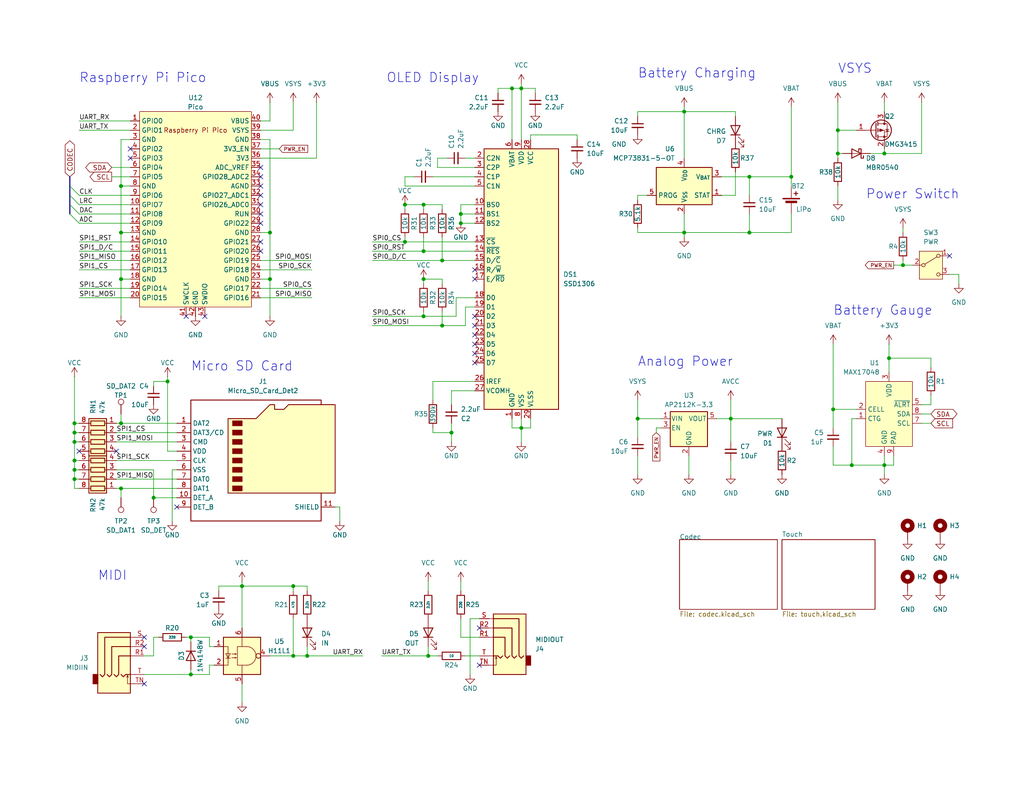
<source format=kicad_sch>
(kicad_sch (version 20231120) (generator "eeschema") (generator_version "8.0")
  (paper "A")
  (title_block (title "pico_synth_sandbox - MCU") (date "2024-09-08") (rev "3") (comment 3 "pico-synth-sandbox.dcdalrymple.com") (comment 4 "D Cooper Dalrymple"))
  (junction (at 33.02 133.35))
  (junction (at 115.57 76.2))
  (junction (at 80.01 179.07))
  (junction (at 20.32 115.57))
  (junction (at 20.32 128.27))
  (junction (at 33.02 115.57))
  (junction (at 116.84 179.07))
  (junction (at 139.7 24.13))
  (junction (at 41.91 135.89))
  (junction (at 33.02 76.2))
  (junction (at 204.47 48.26))
  (junction (at 186.69 63.5))
  (junction (at 73.66 76.2))
  (junction (at 33.02 63.5))
  (junction (at 232.41 127))
  (junction (at 120.65 71.12))
  (junction (at 142.24 24.13))
  (junction (at 52.07 184.15))
  (junction (at 20.32 120.65))
  (junction (at 120.65 88.9))
  (junction (at 20.32 125.73))
  (junction (at 241.3 127))
  (junction (at 204.47 63.5))
  (junction (at 242.57 97.79))
  (junction (at 228.6 41.91))
  (junction (at 110.49 55.88))
  (junction (at 33.02 50.8))
  (junction (at 115.57 68.58))
  (junction (at 20.32 130.81))
  (junction (at 115.57 55.88))
  (junction (at 246.38 72.39))
  (junction (at 125.73 58.42))
  (junction (at 142.24 116.84))
  (junction (at 123.19 118.11))
  (junction (at 173.99 114.3))
  (junction (at 125.73 60.96))
  (junction (at 115.57 86.36))
  (junction (at 227.33 111.76))
  (junction (at 228.6 35.56))
  (junction (at 73.66 63.5))
  (junction (at 66.04 160.02))
  (junction (at 45.72 104.14))
  (junction (at 20.32 118.11))
  (junction (at 110.49 66.04))
  (junction (at 80.01 160.02))
  (junction (at 241.3 41.91))
  (junction (at 186.69 30.48))
  (junction (at 215.9 48.26))
  (junction (at 199.39 114.3))
  (junction (at 83.82 179.07))
  (junction (at 52.07 173.99))
  (no_connect (at 39.37 176.53))
  (no_connect (at 71.12 55.88))
  (no_connect (at 35.56 40.64))
  (no_connect (at 39.37 186.69))
  (no_connect (at 35.56 43.18))
  (no_connect (at 71.12 50.8))
  (no_connect (at 129.54 96.52))
  (no_connect (at 130.81 171.45))
  (no_connect (at 129.54 99.06))
  (no_connect (at 21.59 123.19))
  (no_connect (at 129.54 93.98))
  (no_connect (at 71.12 60.96))
  (no_connect (at 130.81 181.61))
  (no_connect (at 129.54 73.66))
  (no_connect (at 31.75 123.19))
  (no_connect (at 259.08 69.85))
  (no_connect (at 71.12 66.04))
  (no_connect (at 71.12 68.58))
  (no_connect (at 71.12 53.34))
  (no_connect (at 129.54 91.44))
  (no_connect (at 50.8 86.36))
  (no_connect (at 129.54 76.2))
  (no_connect (at 129.54 86.36))
  (no_connect (at 71.12 45.72))
  (no_connect (at 71.12 48.26))
  (no_connect (at 129.54 88.9))
  (no_connect (at 48.26 138.43))
  (no_connect (at 55.88 86.36))
  (no_connect (at 39.37 173.99))
  (no_connect (at 71.12 58.42))
  (bus_entry (at 19.05 50.8) (size 2.54 2.54))
  (bus_entry (at 19.05 55.88) (size 2.54 2.54))
  (bus_entry (at 19.05 53.34) (size 2.54 2.54))
  (bus_entry (at 19.05 58.42) (size 2.54 2.54))
  (wire (pts (xy 215.9 29.21) (xy 215.9 48.26)))
  (wire (pts (xy 73.66 179.07) (xy 80.01 179.07)))
  (wire (pts (xy 41.91 179.07) (xy 39.37 179.07)))
  (wire (pts (xy 173.99 53.34) (xy 173.99 54.61)))
  (wire (pts (xy 254 113.03) (xy 251.46 113.03)))
  (wire (pts (xy 20.32 128.27) (xy 20.32 130.81)))
  (wire (pts (xy 73.66 38.1) (xy 71.12 38.1)))
  (wire (pts (xy 110.49 48.26) (xy 113.03 48.26)))
  (wire (pts (xy 45.72 104.14) (xy 45.72 123.19)))
  (wire (pts (xy 57.15 184.15) (xy 57.15 181.61)))
  (wire (pts (xy 20.32 125.73) (xy 20.32 128.27)))
  (wire (pts (xy 228.6 41.91) (xy 229.87 41.91)))
  (wire (pts (xy 33.02 50.8) (xy 35.56 50.8)))
  (bus (pts (xy 19.05 48.26) (xy 19.05 50.8)))
  (wire (pts (xy 204.47 48.26) (xy 204.47 53.34)))
  (wire (pts (xy 21.59 58.42) (xy 35.56 58.42)))
  (wire (pts (xy 124.46 86.36) (xy 124.46 81.28)))
  (wire (pts (xy 200.66 46.99) (xy 200.66 53.34)))
  (wire (pts (xy 120.65 64.77) (xy 120.65 71.12)))
  (wire (pts (xy 20.32 120.65) (xy 21.59 120.65)))
  (wire (pts (xy 41.91 104.14) (xy 41.91 105.41)))
  (wire (pts (xy 119.38 45.72) (xy 129.54 45.72)))
  (wire (pts (xy 115.57 86.36) (xy 124.46 86.36)))
  (wire (pts (xy 242.57 97.79) (xy 242.57 101.6)))
  (wire (pts (xy 125.73 173.99) (xy 130.81 173.99)))
  (wire (pts (xy 118.11 118.11) (xy 123.19 118.11)))
  (wire (pts (xy 254 97.79) (xy 242.57 97.79)))
  (wire (pts (xy 116.84 179.07) (xy 119.38 179.07)))
  (wire (pts (xy 115.57 85.09) (xy 115.57 86.36)))
  (wire (pts (xy 120.65 88.9) (xy 127 88.9)))
  (wire (pts (xy 71.12 73.66) (xy 85.09 73.66)))
  (wire (pts (xy 66.04 160.02) (xy 59.69 160.02)))
  (wire (pts (xy 115.57 64.77) (xy 115.57 68.58)))
  (wire (pts (xy 241.3 27.94) (xy 241.3 30.48)))
  (wire (pts (xy 142.24 116.84) (xy 142.24 120.65)))
  (wire (pts (xy 241.3 127) (xy 243.84 127)))
  (wire (pts (xy 33.02 50.8) (xy 33.02 38.1)))
  (wire (pts (xy 146.05 25.4) (xy 146.05 24.13)))
  (wire (pts (xy 254 97.79) (xy 254 100.33)))
  (wire (pts (xy 204.47 48.26) (xy 196.85 48.26)))
  (wire (pts (xy 186.69 30.48) (xy 186.69 43.18)))
  (wire (pts (xy 33.02 113.03) (xy 33.02 115.57)))
  (wire (pts (xy 142.24 24.13) (xy 142.24 38.1)))
  (wire (pts (xy 92.71 138.43) (xy 92.71 142.24)))
  (wire (pts (xy 35.56 73.66) (xy 21.59 73.66)))
  (wire (pts (xy 33.02 86.36) (xy 33.02 76.2)))
  (wire (pts (xy 33.02 76.2) (xy 35.56 76.2)))
  (wire (pts (xy 251.46 27.94) (xy 251.46 41.91)))
  (wire (pts (xy 73.66 27.94) (xy 73.66 33.02)))
  (bus (pts (xy 19.05 55.88) (xy 19.05 58.42)))
  (wire (pts (xy 233.68 114.3) (xy 232.41 114.3)))
  (wire (pts (xy 215.9 48.26) (xy 215.9 50.8)))
  (wire (pts (xy 73.66 76.2) (xy 73.66 63.5)))
  (wire (pts (xy 142.24 22.86) (xy 142.24 24.13)))
  (wire (pts (xy 33.02 63.5) (xy 35.56 63.5)))
  (wire (pts (xy 125.73 58.42) (xy 125.73 60.96)))
  (wire (pts (xy 243.84 127) (xy 243.84 124.46)))
  (wire (pts (xy 31.75 120.65) (xy 48.26 120.65)))
  (wire (pts (xy 215.9 63.5) (xy 204.47 63.5)))
  (wire (pts (xy 115.57 76.2) (xy 120.65 76.2)))
  (wire (pts (xy 35.56 66.04) (xy 21.59 66.04)))
  (wire (pts (xy 83.82 176.53) (xy 83.82 179.07)))
  (wire (pts (xy 104.14 179.07) (xy 116.84 179.07)))
  (wire (pts (xy 261.62 74.93) (xy 259.08 74.93)))
  (bus (pts (xy 19.05 53.34) (xy 19.05 55.88)))
  (wire (pts (xy 33.02 50.8) (xy 33.02 63.5)))
  (wire (pts (xy 115.57 76.2) (xy 115.57 77.47)))
  (wire (pts (xy 139.7 24.13) (xy 139.7 38.1)))
  (wire (pts (xy 232.41 127) (xy 241.3 127)))
  (wire (pts (xy 101.6 86.36) (xy 115.57 86.36)))
  (wire (pts (xy 41.91 135.89) (xy 48.26 135.89)))
  (wire (pts (xy 186.69 30.48) (xy 173.99 30.48)))
  (wire (pts (xy 119.38 43.18) (xy 119.38 45.72)))
  (wire (pts (xy 118.11 104.14) (xy 129.54 104.14)))
  (wire (pts (xy 120.65 71.12) (xy 129.54 71.12)))
  (wire (pts (xy 31.75 133.35) (xy 33.02 133.35)))
  (wire (pts (xy 173.99 109.22) (xy 173.99 114.3)))
  (wire (pts (xy 73.66 76.2) (xy 71.12 76.2)))
  (wire (pts (xy 227.33 121.92) (xy 227.33 127)))
  (wire (pts (xy 261.62 77.47) (xy 261.62 74.93)))
  (wire (pts (xy 228.6 35.56) (xy 228.6 41.91)))
  (wire (pts (xy 80.01 160.02) (xy 80.01 161.29)))
  (wire (pts (xy 123.19 110.49) (xy 123.19 106.68)))
  (wire (pts (xy 200.66 30.48) (xy 200.66 31.75)))
  (wire (pts (xy 71.12 78.74) (xy 85.09 78.74)))
  (wire (pts (xy 118.11 116.84) (xy 118.11 118.11)))
  (wire (pts (xy 199.39 120.65) (xy 199.39 114.3)))
  (wire (pts (xy 41.91 173.99) (xy 43.18 173.99)))
  (wire (pts (xy 101.6 88.9) (xy 120.65 88.9)))
  (wire (pts (xy 35.56 71.12) (xy 21.59 71.12)))
  (wire (pts (xy 83.82 179.07) (xy 99.06 179.07)))
  (wire (pts (xy 80.01 179.07) (xy 80.01 168.91)))
  (wire (pts (xy 101.6 68.58) (xy 115.57 68.58)))
  (wire (pts (xy 115.57 55.88) (xy 120.65 55.88)))
  (wire (pts (xy 52.07 184.15) (xy 52.07 182.88)))
  (wire (pts (xy 228.6 41.91) (xy 228.6 43.18)))
  (wire (pts (xy 20.32 130.81) (xy 20.32 133.35)))
  (wire (pts (xy 35.56 35.56) (xy 21.59 35.56)))
  (wire (pts (xy 20.32 133.35) (xy 21.59 133.35)))
  (wire (pts (xy 118.11 104.14) (xy 118.11 109.22)))
  (wire (pts (xy 241.3 41.91) (xy 251.46 41.91)))
  (wire (pts (xy 31.75 130.81) (xy 48.26 130.81)))
  (wire (pts (xy 20.32 125.73) (xy 21.59 125.73)))
  (wire (pts (xy 57.15 181.61) (xy 58.42 181.61)))
  (wire (pts (xy 173.99 63.5) (xy 186.69 63.5)))
  (wire (pts (xy 33.02 38.1) (xy 35.56 38.1)))
  (wire (pts (xy 199.39 109.22) (xy 199.39 114.3)))
  (wire (pts (xy 186.69 29.21) (xy 186.69 30.48)))
  (wire (pts (xy 33.02 135.89) (xy 33.02 133.35)))
  (wire (pts (xy 228.6 35.56) (xy 233.68 35.56)))
  (wire (pts (xy 33.02 133.35) (xy 48.26 133.35)))
  (wire (pts (xy 237.49 41.91) (xy 241.3 41.91)))
  (wire (pts (xy 120.65 85.09) (xy 120.65 88.9)))
  (wire (pts (xy 127 179.07) (xy 130.81 179.07)))
  (wire (pts (xy 199.39 114.3) (xy 213.36 114.3)))
  (wire (pts (xy 21.59 55.88) (xy 35.56 55.88)))
  (wire (pts (xy 35.56 68.58) (xy 21.59 68.58)))
  (wire (pts (xy 50.8 173.99) (xy 52.07 173.99)))
  (wire (pts (xy 20.32 130.81) (xy 21.59 130.81)))
  (wire (pts (xy 20.32 118.11) (xy 20.32 115.57)))
  (wire (pts (xy 187.96 124.46) (xy 187.96 129.54)))
  (wire (pts (xy 254 107.95) (xy 254 110.49)))
  (bus (pts (xy 19.05 50.8) (xy 19.05 53.34)))
  (wire (pts (xy 124.46 81.28) (xy 129.54 81.28)))
  (wire (pts (xy 57.15 176.53) (xy 58.42 176.53)))
  (wire (pts (xy 59.69 160.02) (xy 59.69 161.29)))
  (wire (pts (xy 123.19 106.68) (xy 129.54 106.68)))
  (wire (pts (xy 30.48 48.26) (xy 35.56 48.26)))
  (wire (pts (xy 30.48 45.72) (xy 35.56 45.72)))
  (wire (pts (xy 142.24 24.13) (xy 139.7 24.13)))
  (wire (pts (xy 71.12 71.12) (xy 85.09 71.12)))
  (wire (pts (xy 57.15 173.99) (xy 57.15 176.53)))
  (wire (pts (xy 241.3 124.46) (xy 241.3 127)))
  (wire (pts (xy 176.53 53.34) (xy 173.99 53.34)))
  (wire (pts (xy 48.26 123.19) (xy 45.72 123.19)))
  (wire (pts (xy 129.54 50.8) (xy 110.49 50.8)))
  (wire (pts (xy 80.01 179.07) (xy 83.82 179.07)))
  (wire (pts (xy 125.73 58.42) (xy 129.54 58.42)))
  (wire (pts (xy 125.73 158.75) (xy 125.73 161.29)))
  (wire (pts (xy 110.49 66.04) (xy 129.54 66.04)))
  (wire (pts (xy 199.39 125.73) (xy 199.39 129.54)))
  (wire (pts (xy 121.92 43.18) (xy 119.38 43.18)))
  (wire (pts (xy 86.36 27.94) (xy 86.36 43.18)))
  (wire (pts (xy 118.11 48.26) (xy 129.54 48.26)))
  (wire (pts (xy 80.01 160.02) (xy 83.82 160.02)))
  (wire (pts (xy 228.6 50.8) (xy 228.6 54.61)))
  (wire (pts (xy 21.59 60.96) (xy 35.56 60.96)))
  (wire (pts (xy 66.04 160.02) (xy 66.04 171.45)))
  (wire (pts (xy 73.66 86.36) (xy 73.66 76.2)))
  (wire (pts (xy 227.33 111.76) (xy 227.33 116.84)))
  (wire (pts (xy 251.46 110.49) (xy 254 110.49)))
  (wire (pts (xy 80.01 35.56) (xy 71.12 35.56)))
  (wire (pts (xy 71.12 81.28) (xy 85.09 81.28)))
  (wire (pts (xy 35.56 33.02) (xy 21.59 33.02)))
  (wire (pts (xy 246.38 62.23) (xy 246.38 63.5)))
  (wire (pts (xy 20.32 115.57) (xy 21.59 115.57)))
  (wire (pts (xy 127 43.18) (xy 129.54 43.18)))
  (wire (pts (xy 52.07 184.15) (xy 57.15 184.15)))
  (wire (pts (xy 125.73 60.96) (xy 129.54 60.96)))
  (wire (pts (xy 33.02 115.57) (xy 48.26 115.57)))
  (wire (pts (xy 196.85 53.34) (xy 200.66 53.34)))
  (wire (pts (xy 52.07 173.99) (xy 52.07 175.26)))
  (wire (pts (xy 101.6 71.12) (xy 120.65 71.12)))
  (wire (pts (xy 110.49 55.88) (xy 110.49 57.15)))
  (wire (pts (xy 125.73 55.88) (xy 129.54 55.88)))
  (wire (pts (xy 45.72 102.87) (xy 45.72 104.14)))
  (wire (pts (xy 186.69 30.48) (xy 200.66 30.48)))
  (wire (pts (xy 31.75 125.73) (xy 48.26 125.73)))
  (wire (pts (xy 123.19 118.11) (xy 123.19 120.65)))
  (wire (pts (xy 73.66 63.5) (xy 73.66 38.1)))
  (wire (pts (xy 48.26 128.27) (xy 46.99 128.27)))
  (wire (pts (xy 31.75 118.11) (xy 48.26 118.11)))
  (wire (pts (xy 35.56 81.28) (xy 21.59 81.28)))
  (wire (pts (xy 66.04 160.02) (xy 80.01 160.02)))
  (wire (pts (xy 254 115.57) (xy 251.46 115.57)))
  (wire (pts (xy 91.44 138.43) (xy 92.71 138.43)))
  (wire (pts (xy 20.32 102.87) (xy 20.32 115.57)))
  (wire (pts (xy 232.41 114.3) (xy 232.41 127)))
  (wire (pts (xy 115.57 68.58) (xy 129.54 68.58)))
  (wire (pts (xy 120.65 55.88) (xy 120.65 57.15)))
  (wire (pts (xy 173.99 30.48) (xy 173.99 31.75)))
  (wire (pts (xy 35.56 78.74) (xy 21.59 78.74)))
  (wire (pts (xy 31.75 115.57) (xy 33.02 115.57)))
  (wire (pts (xy 110.49 64.77) (xy 110.49 66.04)))
  (wire (pts (xy 246.38 72.39) (xy 248.92 72.39)))
  (wire (pts (xy 52.07 173.99) (xy 57.15 173.99)))
  (wire (pts (xy 71.12 63.5) (xy 73.66 63.5)))
  (wire (pts (xy 86.36 43.18) (xy 71.12 43.18)))
  (wire (pts (xy 215.9 48.26) (xy 204.47 48.26)))
  (wire (pts (xy 144.78 36.83) (xy 157.48 36.83)))
  (wire (pts (xy 142.24 114.3) (xy 142.24 116.84)))
  (wire (pts (xy 127 88.9) (xy 127 83.82)))
  (wire (pts (xy 204.47 63.5) (xy 186.69 63.5)))
  (wire (pts (xy 144.78 36.83) (xy 144.78 38.1)))
  (wire (pts (xy 45.72 104.14) (xy 41.91 104.14)))
  (wire (pts (xy 173.99 114.3) (xy 173.99 119.38)))
  (wire (pts (xy 199.39 114.3) (xy 195.58 114.3)))
  (wire (pts (xy 135.89 24.13) (xy 139.7 24.13)))
  (wire (pts (xy 116.84 158.75) (xy 116.84 161.29)))
  (wire (pts (xy 21.59 53.34) (xy 35.56 53.34)))
  (wire (pts (xy 73.66 33.02) (xy 71.12 33.02)))
  (wire (pts (xy 227.33 111.76) (xy 233.68 111.76)))
  (wire (pts (xy 142.24 116.84) (xy 144.78 116.84)))
  (wire (pts (xy 127 83.82) (xy 129.54 83.82)))
  (wire (pts (xy 204.47 58.42) (xy 204.47 63.5)))
  (wire (pts (xy 66.04 191.77) (xy 66.04 186.69)))
  (wire (pts (xy 110.49 50.8) (xy 110.49 48.26)))
  (wire (pts (xy 128.27 168.91) (xy 128.27 184.15)))
  (wire (pts (xy 101.6 66.04) (xy 110.49 66.04)))
  (wire (pts (xy 227.33 127) (xy 232.41 127)))
  (wire (pts (xy 41.91 128.27) (xy 41.91 135.89)))
  (wire (pts (xy 246.38 71.12) (xy 246.38 72.39)))
  (wire (pts (xy 180.34 116.84) (xy 179.07 116.84)))
  (wire (pts (xy 243.84 72.39) (xy 246.38 72.39)))
  (wire (pts (xy 173.99 62.23) (xy 173.99 63.5)))
  (wire (pts (xy 20.32 118.11) (xy 21.59 118.11)))
  (wire (pts (xy 31.75 128.27) (xy 41.91 128.27)))
  (wire (pts (xy 157.48 36.83) (xy 157.48 38.1)))
  (wire (pts (xy 142.24 116.84) (xy 139.7 116.84)))
  (wire (pts (xy 241.3 41.91) (xy 241.3 40.64)))
  (wire (pts (xy 128.27 168.91) (xy 130.81 168.91)))
  (wire (pts (xy 46.99 128.27) (xy 46.99 142.24)))
  (wire (pts (xy 186.69 64.77) (xy 186.69 63.5)))
  (wire (pts (xy 135.89 25.4) (xy 135.89 24.13)))
  (wire (pts (xy 83.82 160.02) (xy 83.82 161.29)))
  (wire (pts (xy 241.3 129.54) (xy 241.3 127)))
  (wire (pts (xy 215.9 58.42) (xy 215.9 63.5)))
  (wire (pts (xy 39.37 184.15) (xy 52.07 184.15)))
  (wire (pts (xy 116.84 176.53) (xy 116.84 179.07)))
  (wire (pts (xy 71.12 40.64) (xy 76.2 40.64)))
  (wire (pts (xy 179.07 116.84) (xy 179.07 118.11)))
  (wire (pts (xy 33.02 76.2) (xy 33.02 63.5)))
  (wire (pts (xy 242.57 93.98) (xy 242.57 97.79)))
  (wire (pts (xy 139.7 116.84) (xy 139.7 114.3)))
  (wire (pts (xy 110.49 55.88) (xy 115.57 55.88)))
  (wire (pts (xy 20.32 120.65) (xy 20.32 125.73)))
  (wire (pts (xy 41.91 179.07) (xy 41.91 173.99)))
  (wire (pts (xy 20.32 120.65) (xy 20.32 118.11)))
  (wire (pts (xy 125.73 168.91) (xy 125.73 173.99)))
  (wire (pts (xy 186.69 63.5) (xy 186.69 58.42)))
  (wire (pts (xy 173.99 124.46) (xy 173.99 129.54)))
  (wire (pts (xy 146.05 24.13) (xy 142.24 24.13)))
  (wire (pts (xy 120.65 76.2) (xy 120.65 77.47)))
  (wire (pts (xy 173.99 114.3) (xy 180.34 114.3)))
  (wire (pts (xy 115.57 55.88) (xy 115.57 57.15)))
  (wire (pts (xy 20.32 128.27) (xy 21.59 128.27)))
  (wire (pts (xy 80.01 27.94) (xy 80.01 35.56)))
  (wire (pts (xy 66.04 158.75) (xy 66.04 160.02)))
  (wire (pts (xy 144.78 116.84) (xy 144.78 114.3)))
  (wire (pts (xy 125.73 55.88) (xy 125.73 58.42)))
  (wire (pts (xy 228.6 27.94) (xy 228.6 35.56)))
  (wire (pts (xy 123.19 115.57) (xy 123.19 118.11)))
  (wire (pts (xy 227.33 93.98) (xy 227.33 111.76)))
  (text "VSYS" (at 228.6 20.32 0) (effects (font (size 2.54 2.54)) (justify left bottom)))
  (text "MIDI" (at 26.67 158.75 0) (effects (font (size 2.54 2.54)) (justify left bottom)))
  (text "Micro SD Card" (at 52.07 101.6 0) (effects (font (size 2.54 2.54)) (justify left bottom)))
  (text "OLED Display" (at 105.41 22.86 0) (effects (font (size 2.54 2.54)) (justify left bottom)))
  (text "Battery Gauge" (at 227.33 86.36 0) (effects (font (size 2.54 2.54)) (justify left bottom)))
  (text "Analog Power" (at 173.99 100.33 0) (effects (font (size 2.54 2.54)) (justify left bottom)))
  (text "Raspberry Pi Pico" (at 21.59 22.86 0) (effects (font (size 2.54 2.54)) (justify left bottom)))
  (text "Power Switch" (at 236.22 54.61 0) (effects (font (size 2.54 2.54)) (justify left bottom)))
  (text "Battery Charging" (at 173.99 21.59 0) (effects (font (size 2.54 2.54)) (justify left bottom)))
  (label "SPI1_MISO" (at 31.75 130.81 0))
  (label "SPI0_SCK" (at 101.6 86.36 0))
  (label "SPI1_CS" (at 31.75 118.11 0))
  (label "SPI1_CS" (at 21.59 73.66 0))
  (label "SPI0_MOSI" (at 101.6 88.9 0))
  (label "SPI0_MISO" (at 85.09 81.28 180))
  (label "SPI0_SCK" (at 85.09 73.66 180))
  (label "SPI1_MOSI" (at 31.75 120.65 0))
  (label "SPI1_SCK" (at 21.59 78.74 0))
  (label "DAC" (at 21.59 58.42 0))
  (label "CLK" (at 21.59 53.34 0))
  (label "SPI0_MOSI" (at 85.09 71.12 180))
  (label "UART_TX" (at 21.59 35.56 0))
  (label "SPI1_SCK" (at 31.75 125.73 0))
  (label "SPI1_MISO" (at 21.59 71.12 0))
  (label "UART_TX" (at 104.14 179.07 0))
  (label "SPI1_RST" (at 21.59 66.04 0))
  (label "UART_RX" (at 21.59 33.02 0))
  (label "SPI1_D{slash}C" (at 21.59 68.58 0))
  (label "SPI1_MOSI" (at 21.59 81.28 0))
  (label "LRC" (at 21.59 55.88 0))
  (label "SPI0_D{slash}C" (at 101.6 71.12 0))
  (label "SPI0_RST" (at 101.6 68.58 0))
  (label "SPI0_CS" (at 85.09 78.74 180))
  (label "ADC" (at 21.59 60.96 0))
  (label "UART_RX" (at 99.06 179.07 180))
  (label "SPI0_CS" (at 101.6 66.04 0))
  (global_label "CODEC" (shape bidirectional) (at 19.05 48.26 90) (property "Intersheetrefs" "${INTERSHEET_REFS}" (effects (hide yes))))
  (global_label "PWR_EN" (shape input) (at 179.07 118.11 270) (effects (font (size 1 1))) (property "Intersheetrefs" "${INTERSHEET_REFS}" (effects (hide yes))))
  (global_label "SCL" (shape input) (at 254 115.57 0) (property "Intersheetrefs" "${INTERSHEET_REFS}" (effects (hide yes))))
  (global_label "PWR_EN" (shape input) (at 76.2 40.64 0) (effects (font (size 1 1))) (property "Intersheetrefs" "${INTERSHEET_REFS}" (effects (hide yes))))
  (global_label "PWR_EN" (shape output) (at 243.84 72.39 180) (effects (font (size 1 1))) (property "Intersheetrefs" "${INTERSHEET_REFS}" (effects (hide yes))))
  (global_label "SDA" (shape bidirectional) (at 254 113.03 0) (property "Intersheetrefs" "${INTERSHEET_REFS}" (effects (hide yes))))
  (global_label "SDA" (shape bidirectional) (at 30.48 45.72 180) (property "Intersheetrefs" "${INTERSHEET_REFS}" (effects (hide yes))))
  (global_label "SCL" (shape output) (at 30.48 48.26 180) (property "Intersheetrefs" "${INTERSHEET_REFS}" (effects (hide yes))))
  (symbol (lib_id "Mechanical:MountingHole_Pad") (at 247.65 158.75 0) (unit 1)
    (property "Reference" "H2" (at 250.19 157.48 0) (effects (justify left)))
    (property "Value" "MountingHole_Pad" (effects (hide yes)))
    (property "Footprint" "MountingHole:MountingHole_2.5mm_Pad" (effects (hide yes)))
  )
  (symbol (lib_id "Device:C_Small") (at 157.48 40.64 0) (unit 1)
    (property "Reference" "C14" (at 160.02 39.3762 0) (effects (justify left)))
    (property "Value" "10uF" (at 160.02 41.9162 0) (effects (justify left)))
    (property "Description" "Unpolarized capacitor, small symbol" (effects (hide yes)))
  )
  (symbol (lib_id "Device:R") (at 46.99 173.99 270) (mirror x) (unit 1)
    (property "Reference" "R20" (at 46.99 171.45 90))
    (property "Value" "220" (at 46.99 173.99 90) (effects (font (size 0.635 0.635))))
    (property "Footprint" "Resistor_SMD:R_0805_2012Metric_Pad1.20x1.40mm_HandSolder" (effects (hide yes)))
    (property "Description" "Resistor" (effects (hide yes)))
  )
  (symbol (lib_id "power:GND") (at 186.69 64.77 0) (unit 1)
    (property "Reference" "#PWR060" (effects (hide yes)))
    (property "Value" "GND" (at 186.69 69.85 0))
  )
  (symbol (lib_id "Device:C_Small") (at 173.99 34.29 0) (mirror y) (unit 1)
    (property "Reference" "C12" (at 171.45 33.0263 0) (effects (justify left)))
    (property "Value" "10uF" (at 171.45 35.5663 0) (effects (justify left)))
    (property "Footprint" "Capacitor_SMD:C_0805_2012Metric_Pad1.18x1.45mm_HandSolder" (effects (hide yes)))
  )
  (symbol (lib_id "Device:C_Small") (at 146.05 27.94 0) (unit 1)
    (property "Reference" "C13" (at 148.59 26.6762 0) (effects (justify left)))
    (property "Value" "2.2uF" (at 148.59 29.2162 0) (effects (justify left)))
    (property "Description" "Unpolarized capacitor, small symbol" (effects (hide yes)))
  )
  (symbol (lib_id "power:VBUS") (at 73.66 27.94 0) (unit 1)
    (property "Reference" "#PWR057" (effects (hide yes)))
    (property "Value" "VBUS" (at 73.66 22.86 0))
  )
  (symbol (lib_name "GND_1") (lib_id "power:GND") (at 53.34 86.36 0) (unit 1)
    (property "Reference" "#PWR048" (effects (hide yes)))
    (property "Value" "GND" (at 53.34 91.44 0))
    (property "Description" "Power symbol creates a global label with name \"GND\" , ground" (effects (hide yes)))
  )
  (symbol (lib_id "pico_synth_sandbox:VBAT") (at 215.9 29.21 0) (unit 1)
    (property "Reference" "#PWR061" (effects (hide yes)))
    (property "Value" "VBAT" (at 215.9 24.13 0))
  )
  (symbol (lib_id "Device:R") (at 254 104.14 0) (unit 1)
    (property "Reference" "R1" (at 255.27 104.14 0) (effects (justify left)))
    (property "Value" "10k" (at 254 104.14 90))
    (property "Footprint" "Resistor_SMD:R_0805_2012Metric_Pad1.20x1.40mm_HandSolder" (effects (hide yes)))
    (property "Description" "Resistor" (effects (hide yes)))
  )
  (symbol (lib_id "Device:C_Small") (at 124.46 43.18 90) (unit 1)
    (property "Reference" "C10" (at 123.1962 40.64 0) (effects (justify left)))
    (property "Value" "2.2uF" (at 125.7362 40.64 0) (effects (justify left)))
    (property "Description" "Unpolarized capacitor, small symbol" (effects (hide yes)))
  )
  (symbol (lib_id "Battery_Management:MCP73831-5-OT") (at 186.69 50.8 0) (unit 1)
    (property "Reference" "U6" (at 184.15 40.64 0) (effects (justify right)))
    (property "Value" "MCP73831-5-OT" (at 184.15 43.18 0) (effects (justify right)))
    (property "Footprint" "Package_TO_SOT_SMD:SOT-23-5" (effects (hide yes)))
    (property "Datasheet" "http://ww1.microchip.com/downloads/en/DeviceDoc/20001984g.pdf" (effects (hide yes)))
  )
  (symbol (lib_name "VSYS_1") (lib_id "pico_synth_sandbox:VSYS") (at 80.01 27.94 0) (unit 1)
    (property "Reference" "#PWR058" (effects (hide yes)))
    (property "Value" "VSYS" (at 80.01 22.86 0))
    (property "Description" "Power symbol creates a global label with name \"VSYS\"" (effects (hide yes)))
  )
  (symbol (lib_id "power:GND") (at 66.04 191.77 0) (unit 1)
    (property "Reference" "#PWR035" (effects (hide yes)))
    (property "Value" "GND" (at 66.04 196.85 0))
  )
  (symbol (lib_id "Device:LED") (at 200.66 35.56 90) (unit 1)
    (property "Reference" "D7" (at 198.12 38.4175 90) (effects (justify left)))
    (property "Value" "CHRG" (at 198.12 35.8775 90) (effects (justify left)))
    (property "Footprint" "LED_SMD:LED_0805_2012Metric_Pad1.15x1.40mm_HandSolder" (effects (hide yes)))
  )
  (symbol (lib_id "Device:R") (at 125.73 165.1 0) (unit 1)
    (property "Reference" "R25" (at 127 165.1 0) (effects (justify left)))
    (property "Value" "220" (at 125.73 165.1 90) (effects (font (size 0.635 0.635))))
    (property "Footprint" "Resistor_SMD:R_0805_2012Metric_Pad1.20x1.40mm_HandSolder" (effects (hide yes)))
    (property "Description" "Resistor" (effects (hide yes)))
  )
  (symbol (lib_id "Connector:TestPoint") (at 33.02 113.03 0) (unit 1)
    (property "Reference" "TP1" (at 33.02 107.95 0))
    (property "Value" "SD_DAT2" (at 33.02 105.41 0))
    (property "Footprint" "TestPoint:TestPoint_Pad_D2.0mm" (effects (hide yes)))
  )
  (symbol (lib_name "GND_2") (lib_id "power:GND") (at 33.02 86.36 0) (unit 1)
    (property "Reference" "#PWR054" (effects (hide yes)))
    (property "Value" "GND" (at 33.02 91.44 0))
    (property "Description" "Power symbol creates a global label with name \"GND\" , ground" (effects (hide yes)))
  )
  (symbol (lib_id "Device:R") (at 173.99 58.42 0) (mirror y) (unit 1)
    (property "Reference" "R30" (at 172.72 58.42 0) (effects (justify left)))
    (property "Value" "5.1k" (at 173.99 58.42 90))
    (property "Footprint" "Resistor_SMD:R_0805_2012Metric_Pad1.20x1.40mm_HandSolder" (effects (hide yes)))
    (property "Description" "Resistor" (effects (hide yes)))
  )
  (symbol (lib_id "Device:R") (at 120.65 60.96 0) (unit 1)
    (property "Reference" "R36" (at 123.19 60.96 90))
    (property "Value" "10k" (at 120.65 60.96 90))
    (property "Description" "Resistor" (effects (hide yes)))
  )
  (symbol (lib_name "GND_1") (lib_id "power:GND") (at 125.73 60.96 0) (unit 1)
    (property "Reference" "#PWR025" (effects (hide yes)))
    (property "Value" "GND" (at 125.73 64.77 0))
    (property "Description" "Power symbol creates a global label with name \"GND\" , ground" (effects (hide yes)))
  )
  (symbol (lib_name "GND_1") (lib_id "power:GND") (at 157.48 43.18 0) (unit 1)
    (property "Reference" "#PWR030" (effects (hide yes)))
    (property "Value" "GND" (at 157.48 46.99 0))
    (property "Description" "Power symbol creates a global label with name \"GND\" , ground" (effects (hide yes)))
  )
  (symbol (lib_id "power:GND") (at 228.6 54.61 0) (unit 1)
    (property "Reference" "#PWR063" (effects (hide yes)))
    (property "Value" "GND" (at 228.6 59.69 0))
  )
  (symbol (lib_name "GND_1") (lib_id "power:GND") (at 123.19 120.65 0) (unit 1)
    (property "Reference" "#PWR023" (effects (hide yes)))
    (property "Value" "GND" (at 123.19 124.46 0))
    (property "Description" "Power symbol creates a global label with name \"GND\" , ground" (effects (hide yes)))
  )
  (symbol (lib_id "Device:R") (at 116.84 165.1 0) (mirror y) (unit 1)
    (property "Reference" "R23" (at 115.57 165.1 0) (effects (justify left)))
    (property "Value" "2.2k" (at 116.84 165.1 90) (effects (font (size 0.635 0.635))))
    (property "Footprint" "Resistor_SMD:R_0805_2012Metric_Pad1.20x1.40mm_HandSolder" (effects (hide yes)))
    (property "Description" "Resistor" (effects (hide yes)))
  )
  (symbol (lib_id "pico_synth_sandbox:VBAT") (at 241.3 27.94 0) (unit 1)
    (property "Reference" "#PWR064" (effects (hide yes)))
    (property "Value" "VBAT" (at 241.3 22.86 0))
  )
  (symbol (lib_id "power:VCC") (at 66.04 158.75 0) (unit 1)
    (property "Reference" "#PWR033" (effects (hide yes)))
    (property "Value" "VCC" (at 66.04 153.67 0))
    (property "Description" "Power symbol creates a global label with name \"VCC\"" (effects (hide yes)))
  )
  (symbol (lib_id "pico_synth_sandbox:VSYS") (at 246.38 62.23 0) (unit 1)
    (property "Reference" "#PWR034" (effects (hide yes)))
    (property "Value" "VSYS" (at 246.38 57.15 0))
    (property "Description" "Power symbol creates a global label with name \"VBUS\"" (effects (hide yes)))
  )
  (symbol (lib_id "power:VCC") (at 110.49 55.88 0) (unit 1)
    (property "Reference" "#PWR021" (effects (hide yes)))
    (property "Value" "VCC" (at 110.49 52.07 0))
    (property "Description" "Power symbol creates a global label with name \"VCC\"" (effects (hide yes)))
  )
  (symbol (lib_id "power:VBUS") (at 228.6 27.94 0) (unit 1)
    (property "Reference" "#PWR062" (effects (hide yes)))
    (property "Value" "VBUS" (at 228.6 22.86 0))
  )
  (symbol (lib_id "Transistor_FET:BSS84") (at 238.76 35.56 0) (unit 1)
    (property "Reference" "Q2" (at 241.3 31.75 0) (effects (justify left)))
    (property "Value" "DMG3415" (at 241.3 39.37 0) (effects (justify left)))
    (property "Footprint" "Package_TO_SOT_SMD:SOT-23_Handsoldering" (effects (hide yes)))
    (property "Datasheet" "http://assets.nexperia.com/documents/data-sheet/BSS84.pdf" (effects (hide yes)))
  )
  (symbol (lib_id "Device:R") (at 200.66 43.18 0) (unit 1)
    (property "Reference" "R37" (at 201.93 43.18 0) (effects (justify left)))
    (property "Value" "10k" (at 200.66 43.18 90))
    (property "Footprint" "Resistor_SMD:R_0805_2012Metric_Pad1.20x1.40mm_HandSolder" (effects (hide yes)))
    (property "Description" "Resistor" (effects (hide yes)))
  )
  (symbol (lib_id "Device:R") (at 213.36 125.73 0) (unit 1)
    (property "Reference" "R2" (at 214.63 125.73 0) (effects (justify left)))
    (property "Value" "10k" (at 213.36 125.73 90))
    (property "Footprint" "Resistor_SMD:R_0805_2012Metric_Pad1.20x1.40mm_HandSolder" (effects (hide yes)))
    (property "Description" "Resistor" (effects (hide yes)))
  )
  (symbol (lib_id "power:VBUS") (at 186.69 29.21 0) (unit 1)
    (property "Reference" "#PWR059" (effects (hide yes)))
    (property "Value" "VBUS" (at 186.69 24.13 0))
  )
  (symbol (lib_id "Device:LED") (at 213.36 118.11 90) (unit 1)
    (property "Reference" "D1" (at 210.82 120.9675 90) (effects (justify left)))
    (property "Value" "PWR" (at 210.82 118.4275 90) (effects (justify left)))
    (property "Footprint" "LED_SMD:LED_0805_2012Metric_Pad1.15x1.40mm_HandSolder" (effects (hide yes)))
  )
  (symbol (lib_id "power:VCC") (at 115.57 76.2 0) (unit 1)
    (property "Reference" "#PWR022" (effects (hide yes)))
    (property "Value" "VCC" (at 115.57 72.39 0))
    (property "Description" "Power symbol creates a global label with name \"VCC\"" (effects (hide yes)))
  )
  (symbol (lib_id "Device:R") (at 80.01 165.1 0) (unit 1)
    (property "Reference" "R21" (at 78.74 165.1 0) (effects (justify right)))
    (property "Value" "470" (at 80.01 165.1 90) (effects (font (size 0.635 0.635))))
    (property "Footprint" "Resistor_SMD:R_0805_2012Metric_Pad1.20x1.40mm_HandSolder" (effects (hide yes)))
    (property "Description" "Resistor" (effects (hide yes)))
  )
  (symbol (lib_id "power:GND") (at 261.62 77.47 0) (unit 1)
    (property "Reference" "#PWR039" (effects (hide yes)))
    (property "Value" "GND" (at 261.62 82.55 0))
  )
  (symbol (lib_id "Regulator_Linear:AP2112K-3.3") (at 187.96 116.84 0) (unit 1)
    (property "Reference" "U3" (at 187.96 107.95 0))
    (property "Value" "AP2112K-3.3" (at 187.96 110.49 0))
    (property "Footprint" "Package_TO_SOT_SMD:SOT-23-5" (effects (hide yes)))
    (property "Datasheet" "https://www.diodes.com/assets/Datasheets/AP2112.pdf" (effects (hide yes)))
    (property "Description" "600mA low dropout linear regulator, with enable pin, 3.8V-6V input voltage range, 3.3V fixed positive output, SOT-23-5" (effects (hide yes)))
  )
  (symbol (lib_id "Device:R") (at 120.65 81.28 0) (unit 1)
    (property "Reference" "R34" (at 123.19 81.28 90))
    (property "Value" "10k" (at 120.65 81.28 90))
    (property "Description" "Resistor" (effects (hide yes)))
  )
  (symbol (lib_id "pico_synth_sandbox:AVCC") (at 199.39 109.22 0) (unit 1)
    (property "Reference" "#PWR036" (effects (hide yes)))
    (property "Value" "AVCC" (at 199.39 104.14 0))
    (property "Description" "Power symbol creates a global label with name \"AVCC\"" (effects (hide yes)))
  )
  (symbol (lib_id "Device:C_Small") (at 135.89 27.94 0) (mirror y) (unit 1)
    (property "Reference" "C11" (at 133.35 26.6762 0) (effects (justify left)))
    (property "Value" "2.2uF" (at 133.35 29.2162 0) (effects (justify left)))
    (property "Description" "Unpolarized capacitor, small symbol" (effects (hide yes)))
  )
  (symbol (lib_id "power:+3V3") (at 242.57 93.98 0) (unit 1)
    (property "Reference" "#PWR08" (effects (hide yes)))
    (property "Value" "+3V3" (at 242.57 88.9 0))
    (property "Description" "Power symbol creates a global label with name \"+3V3\"" (effects (hide yes)))
  )
  (symbol (lib_id "Device:R") (at 115.57 60.96 0) (unit 1)
    (property "Reference" "R33" (at 118.11 60.96 90))
    (property "Value" "10k" (at 115.57 60.96 90))
    (property "Description" "Resistor" (effects (hide yes)))
  )
  (symbol (lib_id "Diode:MBR0540") (at 233.68 41.91 180) (unit 1)
    (property "Reference" "D8" (at 236.22 43.18 0) (effects (justify right)))
    (property "Value" "MBR0540" (at 236.22 45.72 0) (effects (justify right)))
    (property "Footprint" "Diode_SMD:D_SOD-123" (effects (hide yes)))
    (property "Datasheet" "http://www.mccsemi.com/up_pdf/MBR0520~MBR0580(SOD123).pdf" (effects (hide yes)))
    (property "Description" "40V 0.5A Schottky Power Rectifier Diode, SOD-123" (effects (hide yes)))
  )
  (symbol (lib_id "Connector:Micro_SD_Card_Det2") (at 71.12 125.73 0) (unit 1)
    (property "Reference" "J1" (at 71.755 104.14 0))
    (property "Value" "Micro_SD_Card_Det2" (at 71.755 106.68 0))
    (property "Footprint" "Connector_Card:microSD_HC_Hirose_DM3D-SF" (effects (hide yes)))
    (property "Datasheet" "https://www.hirose.com/en/product/document?clcode=&productname=&series=DM3&documenttype=Catalog&lang=en&documentid=D49662_en" (effects (hide yes)))
  )
  (symbol (lib_id "power:VCC") (at 125.73 158.75 0) (unit 1)
    (property "Reference" "#PWR051" (effects (hide yes)))
    (property "Value" "VCC" (at 125.73 153.67 0))
    (property "Description" "Power symbol creates a global label with name \"VCC\"" (effects (hide yes)))
  )
  (symbol (lib_id "Connector_Audio:AudioJack4_SwitchT1") (at 34.29 179.07 0) (unit 1)
    (property "Reference" "J3" (at 24.13 179.705 0) (effects (justify right)))
    (property "Value" "MIDIIN" (at 24.13 182.245 0) (effects (justify right)))
    (property "Footprint" "pico_synth_sandbox:Jack_3.5mm_PJ327A_Horizontal" (effects (hide yes)))
  )
  (symbol (lib_id "power:GND") (at 247.65 147.32 0) (unit 1)
    (property "Reference" "#PWR014" (effects (hide yes)))
    (property "Value" "GND" (at 247.65 152.4 0))
  )
  (symbol (lib_id "Device:Battery_Cell") (at 215.9 55.88 0) (unit 1)
    (property "Reference" "BT2" (at 215.9 50.8 0) (effects (justify left)))
    (property "Value" "LiPo" (at 217.17 57.15 0) (effects (justify left)))
    (property "Footprint" "Connector_JST:JST_PH_S2B-PH-SM4-TB_1x02-1MP_P2.00mm_Horizontal" (effects (hide yes)))
  )
  (symbol (lib_id "Device:R") (at 110.49 60.96 0) (unit 1)
    (property "Reference" "R31" (at 113.03 60.96 90))
    (property "Value" "10k" (at 110.49 60.96 90))
    (property "Description" "Resistor" (effects (hide yes)))
  )
  (symbol (lib_id "Device:R") (at 123.19 179.07 270) (unit 1)
    (property "Reference" "R24" (at 123.19 181.61 90))
    (property "Value" "10" (at 123.19 179.07 90) (effects (font (size 0.635 0.635))))
    (property "Footprint" "Resistor_SMD:R_0805_2012Metric_Pad1.20x1.40mm_HandSolder" (effects (hide yes)))
    (property "Description" "Resistor" (effects (hide yes)))
  )
  (symbol (lib_id "power:GND") (at 256.54 147.32 0) (unit 1)
    (property "Reference" "#PWR016" (effects (hide yes)))
    (property "Value" "GND" (at 256.54 152.4 0))
  )
  (symbol (lib_id "MCU_RaspberryPi_and_Boards:Pico") (at 53.34 57.15 0) (unit 1)
    (property "Reference" "U12" (at 53.34 26.67 0))
    (property "Value" "Pico" (at 53.34 29.21 0))
    (property "Footprint" "RPi_Pico:RPi_Pico_SMD_TH" (effects (hide yes)))
  )
  (symbol (lib_id "Display_Graphic:OLED-128O064D") (at 142.24 76.2 0) (unit 1)
    (property "Reference" "DS1" (at 153.67 74.9299 0) (effects (justify left)))
    (property "Value" "SSD1306" (at 153.67 77.4699 0) (effects (justify left)))
    (property "Footprint" "Display:OLED-128O064D" (effects (hide yes)))
    (property "Datasheet" "https://www.vishay.com/docs/37902/oled128o064dbpp3n00000.pdf" (effects (hide yes)))
    (property "Description" "OLED display 128x64" (effects (hide yes)))
  )
  (symbol (lib_id "power:GND") (at 128.27 184.15 0) (unit 1)
    (property "Reference" "#PWR052" (effects (hide yes)))
    (property "Value" "GND" (at 128.27 187.96 0))
  )
  (symbol (lib_id "Device:R") (at 115.57 81.28 0) (unit 1)
    (property "Reference" "R32" (at 118.11 81.28 90))
    (property "Value" "10k" (at 115.57 81.28 90))
    (property "Description" "Resistor" (effects (hide yes)))
  )
  (symbol (lib_id "Device:R") (at 118.11 113.03 0) (mirror x) (unit 1)
    (property "Reference" "R35" (at 116.84 113.03 0) (effects (justify right)))
    (property "Value" "390k" (at 118.11 113.03 90))
    (property "Description" "Resistor" (effects (hide yes)))
  )
  (symbol (lib_id "power:VCC") (at 142.24 22.86 0) (unit 1)
    (property "Reference" "#PWR027" (effects (hide yes)))
    (property "Value" "VCC" (at 142.24 17.78 0))
    (property "Description" "Power symbol creates a global label with name \"VCC\"" (effects (hide yes)))
  )
  (symbol (lib_name "GND_1") (lib_id "power:GND") (at 241.3 129.54 0) (unit 1)
    (property "Reference" "#PWR05" (effects (hide yes)))
    (property "Value" "GND" (at 241.3 134.62 0))
    (property "Description" "Power symbol creates a global label with name \"GND\" , ground" (effects (hide yes)))
  )
  (symbol (lib_id "Device:C_Small") (at 41.91 107.95 0) (mirror y) (unit 1)
    (property "Reference" "C4" (at 40.64 105.41 0) (effects (justify left)))
    (property "Value" "10uF" (at 40.64 110.49 0) (effects (justify left)))
    (property "Footprint" "Capacitor_SMD:C_0805_2012Metric_Pad1.18x1.45mm_HandSolder" (effects (hide yes)))
  )
  (symbol (lib_id "power:GND") (at 173.99 129.54 0) (unit 1)
    (property "Reference" "#PWR010" (effects (hide yes)))
    (property "Value" "GND" (at 173.99 134.62 0))
  )
  (symbol (lib_id "Mechanical:MountingHole_Pad") (at 247.65 144.78 0) (unit 1)
    (property "Reference" "H1" (at 250.19 143.51 0) (effects (justify left)))
    (property "Value" "MountingHole_Pad" (effects (hide yes)))
    (property "Footprint" "MountingHole:MountingHole_2.5mm_Pad" (effects (hide yes)))
  )
  (symbol (lib_name "GND_1") (lib_id "power:GND") (at 73.66 86.36 0) (unit 1)
    (property "Reference" "#PWR053" (effects (hide yes)))
    (property "Value" "GND" (at 73.66 91.44 0))
    (property "Description" "Power symbol creates a global label with name \"GND\" , ground" (effects (hide yes)))
  )
  (symbol (lib_id "pico_synth_sandbox:MAX17048") (at 242.57 113.03 0) (unit 1)
    (property "Reference" "U1" (at 240.03 99.06 0) (effects (justify right)))
    (property "Value" "MAX17048" (at 240.03 101.6 0) (effects (justify right)))
    (property "Footprint" "Package_DFN_QFN:TDFN-8-1EP_2x2mm_P0.5mm_EP0.8x1.2mm" (effects (hide yes)))
    (property "Datasheet" "https://www.analog.com/media/en/technical-documentation/data-sheets/max17048-max17049.pdf" (effects (hide yes)))
    (property "Description" "3μA 1-Cell Fuel Gauge with ModelGauge" (effects (hide yes)))
  )
  (symbol (lib_id "power:GND") (at 199.39 129.54 0) (unit 1)
    (property "Reference" "#PWR037" (effects (hide yes)))
    (property "Value" "GND" (at 199.39 134.62 0))
  )
  (symbol (lib_name "GND_1") (lib_id "power:GND") (at 146.05 30.48 0) (unit 1)
    (property "Reference" "#PWR029" (effects (hide yes)))
    (property "Value" "GND" (at 146.05 34.29 0))
    (property "Description" "Power symbol creates a global label with name \"GND\" , ground" (effects (hide yes)))
  )
  (symbol (lib_id "Device:LED") (at 83.82 172.72 90) (unit 1)
    (property "Reference" "D4" (at 87.63 173.0374 90) (effects (justify right)))
    (property "Value" "IN" (at 87.63 175.5774 90) (effects (justify right)))
    (property "Footprint" "LED_SMD:LED_0805_2012Metric_Pad1.15x1.40mm_HandSolder" (effects (hide yes)))
  )
  (symbol (lib_id "Mechanical:MountingHole_Pad") (at 256.54 158.75 0) (unit 1)
    (property "Reference" "H4" (at 259.08 157.48 0) (effects (justify left)))
    (property "Value" "MountingHole_Pad" (effects (hide yes)))
    (property "Footprint" "MountingHole:MountingHole_2.5mm_Pad" (effects (hide yes)))
  )
  (symbol (lib_id "power:GND") (at 92.71 142.24 0) (unit 1)
    (property "Reference" "#PWR024" (effects (hide yes)))
    (property "Value" "GND" (at 92.71 146.05 0))
  )
  (symbol (lib_id "pico_synth_sandbox:VSYS") (at 251.46 27.94 0) (unit 1)
    (property "Reference" "#PWR065" (effects (hide yes)))
    (property "Value" "VSYS" (at 251.46 22.86 0))
    (property "Description" "Power symbol creates a global label with name \"VBUS\"" (effects (hide yes)))
  )
  (symbol (lib_id "power:GND") (at 59.69 166.37 0) (unit 1)
    (property "Reference" "#PWR032" (effects (hide yes)))
    (property "Value" "GND" (at 59.69 170.18 0))
  )
  (symbol (lib_id "Device:R") (at 228.6 46.99 0) (mirror y) (unit 1)
    (property "Reference" "R38" (at 227.33 46.99 0) (effects (justify left)))
    (property "Value" "10k" (at 228.6 46.99 90))
    (property "Footprint" "Resistor_SMD:R_0805_2012Metric_Pad1.20x1.40mm_HandSolder" (effects (hide yes)))
    (property "Description" "Resistor" (effects (hide yes)))
  )
  (symbol (lib_id "Device:C_Small") (at 204.47 55.88 0) (unit 1)
    (property "Reference" "C15" (at 207.01 54.6163 0) (effects (justify left)))
    (property "Value" "10uF" (at 207.01 57.1563 0) (effects (justify left)))
    (property "Footprint" "Capacitor_SMD:C_0805_2012Metric_Pad1.18x1.45mm_HandSolder" (effects (hide yes)))
  )
  (symbol (lib_id "Device:C_Small") (at 227.33 119.38 0) (mirror y) (unit 1)
    (property "Reference" "C5" (at 224.79 118.1163 0) (effects (justify left)))
    (property "Value" "1uF" (at 224.79 120.6563 0) (effects (justify left)))
    (property "Footprint" "Capacitor_SMD:C_0805_2012Metric_Pad1.18x1.45mm_HandSolder" (effects (hide yes)))
  )
  (symbol (lib_id "Switch:SW_SPDT") (at 254 72.39 0) (unit 1)
    (property "Reference" "SW3" (at 254 63.5 0))
    (property "Value" "PWR" (at 254 66.04 0))
    (property "Description" "Switch, single pole double throw" (effects (hide yes)))
  )
  (symbol (lib_id "Diode:1N4148W") (at 52.07 179.07 270) (unit 1)
    (property "Reference" "D3" (at 49.53 179.07 0))
    (property "Value" "1N4148W" (at 54.61 179.07 0))
    (property "Footprint" "Diode_SMD:D_SOD-123" (effects (hide yes)))
    (property "Datasheet" "https://www.vishay.com/docs/85748/1n4148w.pdf" (effects (hide yes)))
    (property "Sim.Device" "D" (effects (hide yes)))
    (property "Sim.Pins" "1=K 2=A" (effects (hide yes)))
  )
  (symbol (lib_name "GND_1") (lib_id "power:GND") (at 142.24 120.65 0) (unit 1)
    (property "Reference" "#PWR028" (effects (hide yes)))
    (property "Value" "GND" (at 142.24 124.46 0))
    (property "Description" "Power symbol creates a global label with name \"GND\" , ground" (effects (hide yes)))
  )
  (symbol (lib_id "Device:C_Small") (at 59.69 163.83 0) (unit 1)
    (property "Reference" "C3" (at 57.15 162.5663 0) (effects (justify right)))
    (property "Value" "1uF" (at 57.15 165.1063 0) (effects (justify right)))
    (property "Footprint" "Capacitor_SMD:C_0805_2012Metric_Pad1.18x1.45mm_HandSolder" (effects (hide yes)))
  )
  (symbol (lib_id "Device:R_Pack04") (at 26.67 128.27 90) (unit 1)
    (property "Reference" "RN2" (at 25.4 135.89 0) (effects (justify right)))
    (property "Value" "47k" (at 27.94 135.89 0) (effects (justify right)))
    (property "Footprint" "Resistor_SMD:R_Array_Convex_4x1206" (effects (hide yes)))
  )
  (symbol (lib_id "power:GND") (at 41.91 110.49 0) (unit 1)
    (property "Reference" "#PWR06" (effects (hide yes)))
    (property "Value" "GND" (at 41.91 114.3 0))
  )
  (symbol (lib_id "Device:C_Small") (at 173.99 121.92 0) (mirror y) (unit 1)
    (property "Reference" "C6" (at 171.45 120.6563 0) (effects (justify left)))
    (property "Value" "10uF" (at 171.45 123.1963 0) (effects (justify left)))
    (property "Footprint" "Capacitor_SMD:C_0805_2012Metric_Pad1.18x1.45mm_HandSolder" (effects (hide yes)))
  )
  (symbol (lib_id "Device:C_Small") (at 123.19 113.03 0) (mirror x) (unit 1)
    (property "Reference" "C2" (at 125.73 114.2938 0) (effects (justify left)))
    (property "Value" "2.2uF" (at 125.73 111.7538 0) (effects (justify left)))
    (property "Description" "Unpolarized capacitor, small symbol" (effects (hide yes)))
  )
  (symbol (lib_id "Device:LED") (at 116.84 172.72 90) (unit 1)
    (property "Reference" "D5" (at 114.3 173.0374 90) (effects (justify left)))
    (property "Value" "OUT" (at 114.3 175.5774 90) (effects (justify left)))
    (property "Footprint" "LED_SMD:LED_0805_2012Metric_Pad1.15x1.40mm_HandSolder" (effects (hide yes)))
  )
  (symbol (lib_id "power:GND") (at 173.99 36.83 0) (unit 1)
    (property "Reference" "#PWR056" (effects (hide yes)))
    (property "Value" "GND" (at 168.91 39.37 0))
  )
  (symbol (lib_id "power:VCC") (at 20.32 102.87 0) (unit 1)
    (property "Reference" "#PWR04" (effects (hide yes)))
    (property "Value" "VCC" (at 20.32 99.06 0))
    (property "Description" "Power symbol creates a global label with name \"VCC\"" (effects (hide yes)))
  )
  (symbol (lib_id "Connector_Audio:AudioJack4_SwitchT1") (at 135.89 173.99 0) (mirror y) (unit 1)
    (property "Reference" "J4" (at 146.05 177.165 0) (effects (justify right)))
    (property "Value" "MIDIOUT" (at 146.05 174.625 0) (effects (justify right)))
    (property "Footprint" "pico_synth_sandbox:Jack_3.5mm_PJ327A_Horizontal" (effects (hide yes)))
  )
  (symbol (lib_id "Isolator:H11L1") (at 66.04 179.07 0) (unit 1)
    (property "Reference" "U5" (at 76.2 175.1331 0))
    (property "Value" "H11L1" (at 76.2 177.6731 0))
    (property "Footprint" "Package_DIP:SMDIP-6_W7.62mm" (effects (hide yes)))
    (property "Datasheet" "https://www.onsemi.com/pub/Collateral/H11L3M-D.PDF" (effects (hide yes)))
  )
  (symbol (lib_id "power:+3V3") (at 86.36 27.94 0) (unit 1)
    (property "Reference" "#PWR055" (effects (hide yes)))
    (property "Value" "+3V3" (at 86.36 22.86 0))
    (property "Description" "Power symbol creates a global label with name \"+3V3\"" (effects (hide yes)))
  )
  (symbol (lib_id "Connector:TestPoint") (at 33.02 135.89 180) (unit 1)
    (property "Reference" "TP2" (at 33.02 142.24 0))
    (property "Value" "SD_DAT1" (at 33.02 144.78 0))
    (property "Footprint" "TestPoint:TestPoint_Pad_D2.0mm" (effects (hide yes)))
  )
  (symbol (lib_name "GND_1") (lib_id "power:GND") (at 135.89 30.48 0) (unit 1)
    (property "Reference" "#PWR026" (effects (hide yes)))
    (property "Value" "GND" (at 135.89 34.29 0))
    (property "Description" "Power symbol creates a global label with name \"GND\" , ground" (effects (hide yes)))
  )
  (symbol (lib_id "Mechanical:MountingHole_Pad") (at 256.54 144.78 0) (unit 1)
    (property "Reference" "H3" (at 259.08 143.51 0) (effects (justify left)))
    (property "Value" "MountingHole_Pad" (effects (hide yes)))
    (property "Footprint" "MountingHole:MountingHole_2.5mm_Pad" (effects (hide yes)))
  )
  (symbol (lib_id "Device:C_Small") (at 199.39 123.19 0) (unit 1)
    (property "Reference" "C7" (at 201.93 121.9263 0) (effects (justify left)))
    (property "Value" "10uF" (at 201.93 124.4663 0) (effects (justify left)))
    (property "Footprint" "Capacitor_SMD:C_0805_2012Metric_Pad1.18x1.45mm_HandSolder" (effects (hide yes)))
  )
  (symbol (lib_id "Device:C_Small") (at 115.57 48.26 90) (unit 1)
    (property "Reference" "C1" (at 114.3062 45.72 0) (effects (justify left)))
    (property "Value" "2.2uF" (at 116.8462 45.72 0) (effects (justify left)))
    (property "Description" "Unpolarized capacitor, small symbol" (effects (hide yes)))
  )
  (symbol (lib_id "Device:R") (at 83.82 165.1 0) (unit 1)
    (property "Reference" "R22" (at 85.09 165.1 0) (effects (justify left)))
    (property "Value" "2.2k" (at 83.82 165.1 90) (effects (font (size 0.635 0.635))))
    (property "Footprint" "Resistor_SMD:R_0805_2012Metric_Pad1.20x1.40mm_HandSolder" (effects (hide yes)))
    (property "Description" "Resistor" (effects (hide yes)))
  )
  (symbol (lib_id "power:GND") (at 247.65 161.29 0) (unit 1)
    (property "Reference" "#PWR015" (effects (hide yes)))
    (property "Value" "GND" (at 247.65 166.37 0))
  )
  (symbol (lib_id "Device:R") (at 246.38 67.31 0) (mirror y) (unit 1)
    (property "Reference" "R4" (at 245.11 67.31 0) (effects (justify left)))
    (property "Value" "10k" (at 246.38 67.31 90))
    (property "Footprint" "Resistor_SMD:R_0805_2012Metric_Pad1.20x1.40mm_HandSolder" (effects (hide yes)))
    (property "Description" "Resistor" (effects (hide yes)))
  )
  (symbol (lib_id "power:VCC") (at 116.84 158.75 0) (unit 1)
    (property "Reference" "#PWR050" (effects (hide yes)))
    (property "Value" "VCC" (at 116.84 153.67 0))
    (property "Description" "Power symbol creates a global label with name \"VCC\"" (effects (hide yes)))
  )
  (symbol (lib_id "pico_synth_sandbox:VSYS") (at 173.99 109.22 0) (unit 1)
    (property "Reference" "#PWR09" (effects (hide yes)))
    (property "Value" "VSYS" (at 173.99 104.14 0))
    (property "Description" "Power symbol creates a global label with name \"VBUS\"" (effects (hide yes)))
  )
  (symbol (lib_id "pico_synth_sandbox:VBAT") (at 227.33 93.98 0) (unit 1)
    (property "Reference" "#PWR02" (effects (hide yes)))
    (property "Value" "VBAT" (at 227.33 88.9 0))
  )
  (symbol (lib_id "power:GND") (at 213.36 129.54 0) (unit 1)
    (property "Reference" "#PWR038" (effects (hide yes)))
    (property "Value" "GND" (at 213.36 134.62 0))
  )
  (symbol (lib_id "Device:R_Pack04") (at 26.67 120.65 90) (mirror x) (unit 1)
    (property "Reference" "RN1" (at 25.4 113.03 0) (effects (justify right)))
    (property "Value" "47k" (at 27.94 113.03 0) (effects (justify right)))
    (property "Footprint" "Resistor_SMD:R_Array_Convex_4x1206" (effects (hide yes)))
  )
  (symbol (lib_id "power:VCC") (at 45.72 102.87 0) (unit 1)
    (property "Reference" "#PWR07" (effects (hide yes)))
    (property "Value" "VCC" (at 45.72 99.06 0))
    (property "Description" "Power symbol creates a global label with name \"VCC\"" (effects (hide yes)))
  )
  (symbol (lib_id "power:GND") (at 187.96 129.54 0) (unit 1)
    (property "Reference" "#PWR011" (effects (hide yes)))
    (property "Value" "GND" (at 187.96 134.62 0))
  )
  (symbol (lib_id "Connector:TestPoint") (at 41.91 135.89 180) (unit 1)
    (property "Reference" "TP3" (at 41.91 142.24 0))
    (property "Value" "SD_DET" (at 41.91 144.78 0))
    (property "Footprint" "TestPoint:TestPoint_Pad_D2.0mm" (effects (hide yes)))
  )
  (symbol (lib_id "power:GND") (at 46.99 142.24 0) (unit 1)
    (property "Reference" "#PWR020" (effects (hide yes)))
    (property "Value" "GND" (at 46.99 146.05 0))
  )
  (symbol (lib_id "power:GND") (at 256.54 161.29 0) (unit 1)
    (property "Reference" "#PWR017" (effects (hide yes)))
    (property "Value" "GND" (at 256.54 166.37 0))
  )
  (sheet (at 185.42 147.32) (size 26.67 19.05) (stroke (width 0.1524))
    (property "Sheetname" "Codec" (at 185.42 147.32 0) (effects (justify left bottom)))
    (property "Sheetfile" "codec.kicad_sch" (at 185.42 166.9546 0) (effects (justify left top)))
  )
  (sheet (at 213.36 147.32) (size 25.4 19.05) (stroke (width 0.1524))
    (property "Sheetname" "Touch" (at 213.36 146.6084 0) (effects (justify left bottom)))
    (property "Sheetfile" "touch.kicad_sch" (at 213.36 166.9546 0) (effects (justify left top)))
  )
)
</source>
